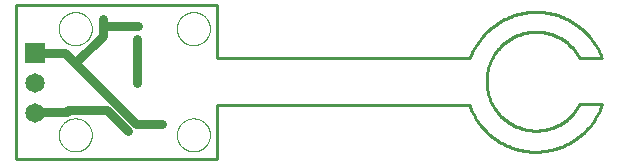
<source format=gbl>
G75*
%MOIN*%
%OFA0B0*%
%FSLAX25Y25*%
%IPPOS*%
%LPD*%
%AMOC8*
5,1,8,0,0,1.08239X$1,22.5*
%
%ADD10C,0.01000*%
%ADD11C,0.00000*%
%ADD12R,0.06500X0.06500*%
%ADD13C,0.06500*%
%ADD14C,0.03000*%
%ADD15C,0.02400*%
D10*
X0024642Y0084477D02*
X0024642Y0135658D01*
X0091571Y0135658D01*
X0091571Y0117942D01*
X0175823Y0117942D01*
X0175823Y0102194D02*
X0091571Y0102194D01*
X0091571Y0084477D01*
X0024642Y0084477D01*
X0175744Y0102233D02*
X0175944Y0101697D01*
X0176157Y0101167D01*
X0176383Y0100642D01*
X0176622Y0100123D01*
X0176874Y0099610D01*
X0177138Y0099103D01*
X0177414Y0098603D01*
X0177703Y0098109D01*
X0178003Y0097623D01*
X0178315Y0097144D01*
X0178639Y0096673D01*
X0178974Y0096210D01*
X0179321Y0095756D01*
X0179678Y0095310D01*
X0180046Y0094872D01*
X0180425Y0094444D01*
X0180814Y0094026D01*
X0181213Y0093617D01*
X0181622Y0093217D01*
X0182041Y0092828D01*
X0182469Y0092450D01*
X0182906Y0092081D01*
X0183352Y0091724D01*
X0183807Y0091378D01*
X0184270Y0091042D01*
X0184741Y0090719D01*
X0185219Y0090406D01*
X0185705Y0090106D01*
X0186199Y0089817D01*
X0186699Y0089541D01*
X0187206Y0089277D01*
X0187719Y0089025D01*
X0188238Y0088786D01*
X0188763Y0088560D01*
X0189294Y0088347D01*
X0189829Y0088146D01*
X0190369Y0087959D01*
X0190913Y0087785D01*
X0191462Y0087624D01*
X0192014Y0087477D01*
X0192570Y0087343D01*
X0193128Y0087223D01*
X0193690Y0087117D01*
X0194254Y0087024D01*
X0194820Y0086945D01*
X0195388Y0086880D01*
X0195957Y0086829D01*
X0196527Y0086792D01*
X0197099Y0086769D01*
X0197670Y0086759D01*
X0198242Y0086764D01*
X0198813Y0086782D01*
X0199383Y0086815D01*
X0199953Y0086861D01*
X0200521Y0086921D01*
X0201088Y0086996D01*
X0201653Y0087084D01*
X0202215Y0087185D01*
X0202775Y0087301D01*
X0203332Y0087430D01*
X0203885Y0087572D01*
X0204435Y0087728D01*
X0204981Y0087898D01*
X0205523Y0088081D01*
X0206059Y0088276D01*
X0206591Y0088485D01*
X0207118Y0088707D01*
X0207639Y0088942D01*
X0208155Y0089189D01*
X0208664Y0089449D01*
X0209166Y0089721D01*
X0209662Y0090006D01*
X0210151Y0090302D01*
X0210632Y0090610D01*
X0211106Y0090930D01*
X0211572Y0091261D01*
X0212029Y0091604D01*
X0212478Y0091958D01*
X0212918Y0092322D01*
X0213349Y0092697D01*
X0213771Y0093083D01*
X0214184Y0093479D01*
X0214586Y0093884D01*
X0214979Y0094300D01*
X0215361Y0094725D01*
X0215733Y0095159D01*
X0216094Y0095602D01*
X0216444Y0096053D01*
X0216783Y0096514D01*
X0217111Y0096982D01*
X0217427Y0097458D01*
X0217732Y0097942D01*
X0218024Y0098433D01*
X0218305Y0098931D01*
X0218573Y0099435D01*
X0218829Y0099946D01*
X0219072Y0100464D01*
X0219303Y0100987D01*
X0219520Y0101515D01*
X0219725Y0102049D01*
X0219917Y0102587D01*
X0219839Y0102587D02*
X0212437Y0102548D01*
X0219917Y0117942D02*
X0219714Y0118477D01*
X0219497Y0119008D01*
X0219268Y0119532D01*
X0219026Y0120052D01*
X0218771Y0120565D01*
X0218504Y0121071D01*
X0218225Y0121571D01*
X0217933Y0122065D01*
X0217630Y0122550D01*
X0217315Y0123029D01*
X0216988Y0123499D01*
X0216650Y0123961D01*
X0216300Y0124415D01*
X0215940Y0124861D01*
X0215569Y0125297D01*
X0215187Y0125724D01*
X0214796Y0126142D01*
X0214394Y0126550D01*
X0213982Y0126948D01*
X0213560Y0127336D01*
X0213130Y0127714D01*
X0212690Y0128081D01*
X0212241Y0128437D01*
X0211784Y0128782D01*
X0211319Y0129116D01*
X0210845Y0129438D01*
X0210364Y0129749D01*
X0209875Y0130047D01*
X0209380Y0130334D01*
X0208877Y0130609D01*
X0208368Y0130871D01*
X0207852Y0131121D01*
X0207331Y0131358D01*
X0206804Y0131583D01*
X0206272Y0131794D01*
X0205734Y0131993D01*
X0205192Y0132178D01*
X0204646Y0132350D01*
X0204095Y0132509D01*
X0203541Y0132654D01*
X0202984Y0132785D01*
X0202423Y0132903D01*
X0201860Y0133007D01*
X0201295Y0133098D01*
X0200727Y0133175D01*
X0200158Y0133237D01*
X0199587Y0133286D01*
X0199015Y0133321D01*
X0198443Y0133342D01*
X0197870Y0133349D01*
X0197297Y0133342D01*
X0196725Y0133321D01*
X0196153Y0133286D01*
X0195582Y0133237D01*
X0195013Y0133175D01*
X0194445Y0133098D01*
X0193880Y0133007D01*
X0193317Y0132903D01*
X0192756Y0132785D01*
X0192199Y0132654D01*
X0191645Y0132509D01*
X0191094Y0132350D01*
X0190548Y0132178D01*
X0190006Y0131993D01*
X0189468Y0131794D01*
X0188936Y0131583D01*
X0188409Y0131358D01*
X0187888Y0131121D01*
X0187372Y0130871D01*
X0186863Y0130609D01*
X0186360Y0130334D01*
X0185865Y0130047D01*
X0185376Y0129749D01*
X0184895Y0129438D01*
X0184421Y0129116D01*
X0183956Y0128782D01*
X0183499Y0128437D01*
X0183050Y0128081D01*
X0182610Y0127714D01*
X0182180Y0127336D01*
X0181758Y0126948D01*
X0181346Y0126550D01*
X0180944Y0126142D01*
X0180553Y0125724D01*
X0180171Y0125297D01*
X0179800Y0124861D01*
X0179440Y0124415D01*
X0179090Y0123961D01*
X0178752Y0123499D01*
X0178425Y0123029D01*
X0178110Y0122550D01*
X0177807Y0122065D01*
X0177515Y0121571D01*
X0177236Y0121071D01*
X0176969Y0120565D01*
X0176714Y0120052D01*
X0176472Y0119532D01*
X0176243Y0119008D01*
X0176026Y0118477D01*
X0175823Y0117942D01*
X0212437Y0117942D02*
X0212244Y0118296D01*
X0212044Y0118646D01*
X0211834Y0118990D01*
X0211616Y0119330D01*
X0211390Y0119663D01*
X0211156Y0119992D01*
X0210914Y0120314D01*
X0210664Y0120630D01*
X0210406Y0120940D01*
X0210141Y0121244D01*
X0209869Y0121541D01*
X0209589Y0121832D01*
X0209303Y0122115D01*
X0209009Y0122391D01*
X0208709Y0122661D01*
X0208402Y0122922D01*
X0208089Y0123176D01*
X0207770Y0123423D01*
X0207445Y0123661D01*
X0207114Y0123891D01*
X0206778Y0124114D01*
X0206436Y0124328D01*
X0206089Y0124533D01*
X0205737Y0124730D01*
X0205381Y0124918D01*
X0205020Y0125098D01*
X0204655Y0125268D01*
X0204285Y0125430D01*
X0203912Y0125582D01*
X0203535Y0125726D01*
X0203155Y0125860D01*
X0202772Y0125985D01*
X0202385Y0126100D01*
X0201996Y0126206D01*
X0201605Y0126302D01*
X0201211Y0126388D01*
X0200815Y0126465D01*
X0200418Y0126533D01*
X0200019Y0126590D01*
X0199618Y0126638D01*
X0199217Y0126676D01*
X0198815Y0126704D01*
X0198412Y0126722D01*
X0198009Y0126730D01*
X0197606Y0126729D01*
X0197203Y0126717D01*
X0196800Y0126696D01*
X0196398Y0126665D01*
X0195997Y0126624D01*
X0195597Y0126573D01*
X0195199Y0126513D01*
X0194802Y0126443D01*
X0194407Y0126363D01*
X0194014Y0126273D01*
X0193623Y0126174D01*
X0193235Y0126065D01*
X0192849Y0125947D01*
X0192467Y0125819D01*
X0192088Y0125682D01*
X0191712Y0125536D01*
X0191340Y0125381D01*
X0190972Y0125216D01*
X0190608Y0125043D01*
X0190248Y0124861D01*
X0189893Y0124670D01*
X0189543Y0124470D01*
X0189198Y0124262D01*
X0188858Y0124046D01*
X0188523Y0123821D01*
X0188194Y0123588D01*
X0187871Y0123347D01*
X0187553Y0123098D01*
X0187242Y0122842D01*
X0186937Y0122578D01*
X0186639Y0122307D01*
X0186348Y0122028D01*
X0186063Y0121742D01*
X0185786Y0121450D01*
X0185516Y0121151D01*
X0185253Y0120845D01*
X0184998Y0120533D01*
X0184750Y0120215D01*
X0184510Y0119891D01*
X0184279Y0119561D01*
X0184055Y0119225D01*
X0183840Y0118884D01*
X0183633Y0118538D01*
X0183435Y0118187D01*
X0183245Y0117831D01*
X0183065Y0117471D01*
X0182893Y0117106D01*
X0182730Y0116738D01*
X0182576Y0116365D01*
X0182431Y0115989D01*
X0182295Y0115609D01*
X0182169Y0115226D01*
X0182052Y0114840D01*
X0181945Y0114452D01*
X0181847Y0114061D01*
X0181759Y0113667D01*
X0181681Y0113272D01*
X0181612Y0112874D01*
X0181553Y0112476D01*
X0181504Y0112076D01*
X0181464Y0111674D01*
X0181435Y0111272D01*
X0181415Y0110870D01*
X0181405Y0110467D01*
X0181405Y0110063D01*
X0181415Y0109660D01*
X0181435Y0109258D01*
X0181464Y0108856D01*
X0181504Y0108454D01*
X0181553Y0108054D01*
X0181612Y0107656D01*
X0181681Y0107258D01*
X0181759Y0106863D01*
X0181847Y0106469D01*
X0181945Y0106078D01*
X0182052Y0105690D01*
X0182169Y0105304D01*
X0182295Y0104921D01*
X0182431Y0104541D01*
X0182576Y0104165D01*
X0182730Y0103792D01*
X0182893Y0103424D01*
X0183065Y0103059D01*
X0183245Y0102699D01*
X0183435Y0102343D01*
X0183633Y0101992D01*
X0183840Y0101646D01*
X0184055Y0101305D01*
X0184279Y0100969D01*
X0184510Y0100639D01*
X0184750Y0100315D01*
X0184998Y0099997D01*
X0185253Y0099685D01*
X0185516Y0099379D01*
X0185786Y0099080D01*
X0186063Y0098788D01*
X0186348Y0098502D01*
X0186639Y0098223D01*
X0186937Y0097952D01*
X0187242Y0097688D01*
X0187553Y0097432D01*
X0187871Y0097183D01*
X0188194Y0096942D01*
X0188523Y0096709D01*
X0188858Y0096484D01*
X0189198Y0096268D01*
X0189543Y0096060D01*
X0189893Y0095860D01*
X0190248Y0095669D01*
X0190608Y0095487D01*
X0190972Y0095314D01*
X0191340Y0095149D01*
X0191712Y0094994D01*
X0192088Y0094848D01*
X0192467Y0094711D01*
X0192849Y0094583D01*
X0193235Y0094465D01*
X0193623Y0094356D01*
X0194014Y0094257D01*
X0194407Y0094167D01*
X0194802Y0094087D01*
X0195199Y0094017D01*
X0195597Y0093957D01*
X0195997Y0093906D01*
X0196398Y0093865D01*
X0196800Y0093834D01*
X0197203Y0093813D01*
X0197606Y0093801D01*
X0198009Y0093800D01*
X0198412Y0093808D01*
X0198815Y0093826D01*
X0199217Y0093854D01*
X0199618Y0093892D01*
X0200019Y0093940D01*
X0200418Y0093997D01*
X0200815Y0094065D01*
X0201211Y0094142D01*
X0201605Y0094228D01*
X0201996Y0094324D01*
X0202385Y0094430D01*
X0202772Y0094545D01*
X0203155Y0094670D01*
X0203535Y0094804D01*
X0203912Y0094948D01*
X0204285Y0095100D01*
X0204655Y0095262D01*
X0205020Y0095432D01*
X0205381Y0095612D01*
X0205737Y0095800D01*
X0206089Y0095997D01*
X0206436Y0096202D01*
X0206778Y0096416D01*
X0207114Y0096639D01*
X0207445Y0096869D01*
X0207770Y0097107D01*
X0208089Y0097354D01*
X0208402Y0097608D01*
X0208709Y0097869D01*
X0209009Y0098139D01*
X0209303Y0098415D01*
X0209589Y0098698D01*
X0209869Y0098989D01*
X0210141Y0099286D01*
X0210406Y0099590D01*
X0210664Y0099900D01*
X0210914Y0100216D01*
X0211156Y0100538D01*
X0211390Y0100867D01*
X0211616Y0101200D01*
X0211834Y0101540D01*
X0212044Y0101884D01*
X0212244Y0102234D01*
X0212437Y0102588D01*
X0212437Y0117942D02*
X0219917Y0117942D01*
D11*
X0078185Y0127784D02*
X0078187Y0127932D01*
X0078193Y0128080D01*
X0078203Y0128228D01*
X0078217Y0128375D01*
X0078235Y0128522D01*
X0078256Y0128668D01*
X0078282Y0128814D01*
X0078312Y0128959D01*
X0078345Y0129103D01*
X0078383Y0129246D01*
X0078424Y0129388D01*
X0078469Y0129529D01*
X0078517Y0129669D01*
X0078570Y0129808D01*
X0078626Y0129945D01*
X0078686Y0130080D01*
X0078749Y0130214D01*
X0078816Y0130346D01*
X0078887Y0130476D01*
X0078961Y0130604D01*
X0079038Y0130730D01*
X0079119Y0130854D01*
X0079203Y0130976D01*
X0079290Y0131095D01*
X0079381Y0131212D01*
X0079475Y0131327D01*
X0079571Y0131439D01*
X0079671Y0131549D01*
X0079773Y0131655D01*
X0079879Y0131759D01*
X0079987Y0131860D01*
X0080098Y0131958D01*
X0080211Y0132054D01*
X0080327Y0132146D01*
X0080445Y0132235D01*
X0080566Y0132320D01*
X0080689Y0132403D01*
X0080814Y0132482D01*
X0080941Y0132558D01*
X0081070Y0132630D01*
X0081201Y0132699D01*
X0081334Y0132764D01*
X0081469Y0132825D01*
X0081605Y0132883D01*
X0081742Y0132938D01*
X0081881Y0132988D01*
X0082022Y0133035D01*
X0082163Y0133078D01*
X0082306Y0133118D01*
X0082450Y0133153D01*
X0082594Y0133185D01*
X0082740Y0133212D01*
X0082886Y0133236D01*
X0083033Y0133256D01*
X0083180Y0133272D01*
X0083327Y0133284D01*
X0083475Y0133292D01*
X0083623Y0133296D01*
X0083771Y0133296D01*
X0083919Y0133292D01*
X0084067Y0133284D01*
X0084214Y0133272D01*
X0084361Y0133256D01*
X0084508Y0133236D01*
X0084654Y0133212D01*
X0084800Y0133185D01*
X0084944Y0133153D01*
X0085088Y0133118D01*
X0085231Y0133078D01*
X0085372Y0133035D01*
X0085513Y0132988D01*
X0085652Y0132938D01*
X0085789Y0132883D01*
X0085925Y0132825D01*
X0086060Y0132764D01*
X0086193Y0132699D01*
X0086324Y0132630D01*
X0086453Y0132558D01*
X0086580Y0132482D01*
X0086705Y0132403D01*
X0086828Y0132320D01*
X0086949Y0132235D01*
X0087067Y0132146D01*
X0087183Y0132054D01*
X0087296Y0131958D01*
X0087407Y0131860D01*
X0087515Y0131759D01*
X0087621Y0131655D01*
X0087723Y0131549D01*
X0087823Y0131439D01*
X0087919Y0131327D01*
X0088013Y0131212D01*
X0088104Y0131095D01*
X0088191Y0130976D01*
X0088275Y0130854D01*
X0088356Y0130730D01*
X0088433Y0130604D01*
X0088507Y0130476D01*
X0088578Y0130346D01*
X0088645Y0130214D01*
X0088708Y0130080D01*
X0088768Y0129945D01*
X0088824Y0129808D01*
X0088877Y0129669D01*
X0088925Y0129529D01*
X0088970Y0129388D01*
X0089011Y0129246D01*
X0089049Y0129103D01*
X0089082Y0128959D01*
X0089112Y0128814D01*
X0089138Y0128668D01*
X0089159Y0128522D01*
X0089177Y0128375D01*
X0089191Y0128228D01*
X0089201Y0128080D01*
X0089207Y0127932D01*
X0089209Y0127784D01*
X0089207Y0127636D01*
X0089201Y0127488D01*
X0089191Y0127340D01*
X0089177Y0127193D01*
X0089159Y0127046D01*
X0089138Y0126900D01*
X0089112Y0126754D01*
X0089082Y0126609D01*
X0089049Y0126465D01*
X0089011Y0126322D01*
X0088970Y0126180D01*
X0088925Y0126039D01*
X0088877Y0125899D01*
X0088824Y0125760D01*
X0088768Y0125623D01*
X0088708Y0125488D01*
X0088645Y0125354D01*
X0088578Y0125222D01*
X0088507Y0125092D01*
X0088433Y0124964D01*
X0088356Y0124838D01*
X0088275Y0124714D01*
X0088191Y0124592D01*
X0088104Y0124473D01*
X0088013Y0124356D01*
X0087919Y0124241D01*
X0087823Y0124129D01*
X0087723Y0124019D01*
X0087621Y0123913D01*
X0087515Y0123809D01*
X0087407Y0123708D01*
X0087296Y0123610D01*
X0087183Y0123514D01*
X0087067Y0123422D01*
X0086949Y0123333D01*
X0086828Y0123248D01*
X0086705Y0123165D01*
X0086580Y0123086D01*
X0086453Y0123010D01*
X0086324Y0122938D01*
X0086193Y0122869D01*
X0086060Y0122804D01*
X0085925Y0122743D01*
X0085789Y0122685D01*
X0085652Y0122630D01*
X0085513Y0122580D01*
X0085372Y0122533D01*
X0085231Y0122490D01*
X0085088Y0122450D01*
X0084944Y0122415D01*
X0084800Y0122383D01*
X0084654Y0122356D01*
X0084508Y0122332D01*
X0084361Y0122312D01*
X0084214Y0122296D01*
X0084067Y0122284D01*
X0083919Y0122276D01*
X0083771Y0122272D01*
X0083623Y0122272D01*
X0083475Y0122276D01*
X0083327Y0122284D01*
X0083180Y0122296D01*
X0083033Y0122312D01*
X0082886Y0122332D01*
X0082740Y0122356D01*
X0082594Y0122383D01*
X0082450Y0122415D01*
X0082306Y0122450D01*
X0082163Y0122490D01*
X0082022Y0122533D01*
X0081881Y0122580D01*
X0081742Y0122630D01*
X0081605Y0122685D01*
X0081469Y0122743D01*
X0081334Y0122804D01*
X0081201Y0122869D01*
X0081070Y0122938D01*
X0080941Y0123010D01*
X0080814Y0123086D01*
X0080689Y0123165D01*
X0080566Y0123248D01*
X0080445Y0123333D01*
X0080327Y0123422D01*
X0080211Y0123514D01*
X0080098Y0123610D01*
X0079987Y0123708D01*
X0079879Y0123809D01*
X0079773Y0123913D01*
X0079671Y0124019D01*
X0079571Y0124129D01*
X0079475Y0124241D01*
X0079381Y0124356D01*
X0079290Y0124473D01*
X0079203Y0124592D01*
X0079119Y0124714D01*
X0079038Y0124838D01*
X0078961Y0124964D01*
X0078887Y0125092D01*
X0078816Y0125222D01*
X0078749Y0125354D01*
X0078686Y0125488D01*
X0078626Y0125623D01*
X0078570Y0125760D01*
X0078517Y0125899D01*
X0078469Y0126039D01*
X0078424Y0126180D01*
X0078383Y0126322D01*
X0078345Y0126465D01*
X0078312Y0126609D01*
X0078282Y0126754D01*
X0078256Y0126900D01*
X0078235Y0127046D01*
X0078217Y0127193D01*
X0078203Y0127340D01*
X0078193Y0127488D01*
X0078187Y0127636D01*
X0078185Y0127784D01*
X0038815Y0127784D02*
X0038817Y0127932D01*
X0038823Y0128080D01*
X0038833Y0128228D01*
X0038847Y0128375D01*
X0038865Y0128522D01*
X0038886Y0128668D01*
X0038912Y0128814D01*
X0038942Y0128959D01*
X0038975Y0129103D01*
X0039013Y0129246D01*
X0039054Y0129388D01*
X0039099Y0129529D01*
X0039147Y0129669D01*
X0039200Y0129808D01*
X0039256Y0129945D01*
X0039316Y0130080D01*
X0039379Y0130214D01*
X0039446Y0130346D01*
X0039517Y0130476D01*
X0039591Y0130604D01*
X0039668Y0130730D01*
X0039749Y0130854D01*
X0039833Y0130976D01*
X0039920Y0131095D01*
X0040011Y0131212D01*
X0040105Y0131327D01*
X0040201Y0131439D01*
X0040301Y0131549D01*
X0040403Y0131655D01*
X0040509Y0131759D01*
X0040617Y0131860D01*
X0040728Y0131958D01*
X0040841Y0132054D01*
X0040957Y0132146D01*
X0041075Y0132235D01*
X0041196Y0132320D01*
X0041319Y0132403D01*
X0041444Y0132482D01*
X0041571Y0132558D01*
X0041700Y0132630D01*
X0041831Y0132699D01*
X0041964Y0132764D01*
X0042099Y0132825D01*
X0042235Y0132883D01*
X0042372Y0132938D01*
X0042511Y0132988D01*
X0042652Y0133035D01*
X0042793Y0133078D01*
X0042936Y0133118D01*
X0043080Y0133153D01*
X0043224Y0133185D01*
X0043370Y0133212D01*
X0043516Y0133236D01*
X0043663Y0133256D01*
X0043810Y0133272D01*
X0043957Y0133284D01*
X0044105Y0133292D01*
X0044253Y0133296D01*
X0044401Y0133296D01*
X0044549Y0133292D01*
X0044697Y0133284D01*
X0044844Y0133272D01*
X0044991Y0133256D01*
X0045138Y0133236D01*
X0045284Y0133212D01*
X0045430Y0133185D01*
X0045574Y0133153D01*
X0045718Y0133118D01*
X0045861Y0133078D01*
X0046002Y0133035D01*
X0046143Y0132988D01*
X0046282Y0132938D01*
X0046419Y0132883D01*
X0046555Y0132825D01*
X0046690Y0132764D01*
X0046823Y0132699D01*
X0046954Y0132630D01*
X0047083Y0132558D01*
X0047210Y0132482D01*
X0047335Y0132403D01*
X0047458Y0132320D01*
X0047579Y0132235D01*
X0047697Y0132146D01*
X0047813Y0132054D01*
X0047926Y0131958D01*
X0048037Y0131860D01*
X0048145Y0131759D01*
X0048251Y0131655D01*
X0048353Y0131549D01*
X0048453Y0131439D01*
X0048549Y0131327D01*
X0048643Y0131212D01*
X0048734Y0131095D01*
X0048821Y0130976D01*
X0048905Y0130854D01*
X0048986Y0130730D01*
X0049063Y0130604D01*
X0049137Y0130476D01*
X0049208Y0130346D01*
X0049275Y0130214D01*
X0049338Y0130080D01*
X0049398Y0129945D01*
X0049454Y0129808D01*
X0049507Y0129669D01*
X0049555Y0129529D01*
X0049600Y0129388D01*
X0049641Y0129246D01*
X0049679Y0129103D01*
X0049712Y0128959D01*
X0049742Y0128814D01*
X0049768Y0128668D01*
X0049789Y0128522D01*
X0049807Y0128375D01*
X0049821Y0128228D01*
X0049831Y0128080D01*
X0049837Y0127932D01*
X0049839Y0127784D01*
X0049837Y0127636D01*
X0049831Y0127488D01*
X0049821Y0127340D01*
X0049807Y0127193D01*
X0049789Y0127046D01*
X0049768Y0126900D01*
X0049742Y0126754D01*
X0049712Y0126609D01*
X0049679Y0126465D01*
X0049641Y0126322D01*
X0049600Y0126180D01*
X0049555Y0126039D01*
X0049507Y0125899D01*
X0049454Y0125760D01*
X0049398Y0125623D01*
X0049338Y0125488D01*
X0049275Y0125354D01*
X0049208Y0125222D01*
X0049137Y0125092D01*
X0049063Y0124964D01*
X0048986Y0124838D01*
X0048905Y0124714D01*
X0048821Y0124592D01*
X0048734Y0124473D01*
X0048643Y0124356D01*
X0048549Y0124241D01*
X0048453Y0124129D01*
X0048353Y0124019D01*
X0048251Y0123913D01*
X0048145Y0123809D01*
X0048037Y0123708D01*
X0047926Y0123610D01*
X0047813Y0123514D01*
X0047697Y0123422D01*
X0047579Y0123333D01*
X0047458Y0123248D01*
X0047335Y0123165D01*
X0047210Y0123086D01*
X0047083Y0123010D01*
X0046954Y0122938D01*
X0046823Y0122869D01*
X0046690Y0122804D01*
X0046555Y0122743D01*
X0046419Y0122685D01*
X0046282Y0122630D01*
X0046143Y0122580D01*
X0046002Y0122533D01*
X0045861Y0122490D01*
X0045718Y0122450D01*
X0045574Y0122415D01*
X0045430Y0122383D01*
X0045284Y0122356D01*
X0045138Y0122332D01*
X0044991Y0122312D01*
X0044844Y0122296D01*
X0044697Y0122284D01*
X0044549Y0122276D01*
X0044401Y0122272D01*
X0044253Y0122272D01*
X0044105Y0122276D01*
X0043957Y0122284D01*
X0043810Y0122296D01*
X0043663Y0122312D01*
X0043516Y0122332D01*
X0043370Y0122356D01*
X0043224Y0122383D01*
X0043080Y0122415D01*
X0042936Y0122450D01*
X0042793Y0122490D01*
X0042652Y0122533D01*
X0042511Y0122580D01*
X0042372Y0122630D01*
X0042235Y0122685D01*
X0042099Y0122743D01*
X0041964Y0122804D01*
X0041831Y0122869D01*
X0041700Y0122938D01*
X0041571Y0123010D01*
X0041444Y0123086D01*
X0041319Y0123165D01*
X0041196Y0123248D01*
X0041075Y0123333D01*
X0040957Y0123422D01*
X0040841Y0123514D01*
X0040728Y0123610D01*
X0040617Y0123708D01*
X0040509Y0123809D01*
X0040403Y0123913D01*
X0040301Y0124019D01*
X0040201Y0124129D01*
X0040105Y0124241D01*
X0040011Y0124356D01*
X0039920Y0124473D01*
X0039833Y0124592D01*
X0039749Y0124714D01*
X0039668Y0124838D01*
X0039591Y0124964D01*
X0039517Y0125092D01*
X0039446Y0125222D01*
X0039379Y0125354D01*
X0039316Y0125488D01*
X0039256Y0125623D01*
X0039200Y0125760D01*
X0039147Y0125899D01*
X0039099Y0126039D01*
X0039054Y0126180D01*
X0039013Y0126322D01*
X0038975Y0126465D01*
X0038942Y0126609D01*
X0038912Y0126754D01*
X0038886Y0126900D01*
X0038865Y0127046D01*
X0038847Y0127193D01*
X0038833Y0127340D01*
X0038823Y0127488D01*
X0038817Y0127636D01*
X0038815Y0127784D01*
X0038815Y0092351D02*
X0038817Y0092499D01*
X0038823Y0092647D01*
X0038833Y0092795D01*
X0038847Y0092942D01*
X0038865Y0093089D01*
X0038886Y0093235D01*
X0038912Y0093381D01*
X0038942Y0093526D01*
X0038975Y0093670D01*
X0039013Y0093813D01*
X0039054Y0093955D01*
X0039099Y0094096D01*
X0039147Y0094236D01*
X0039200Y0094375D01*
X0039256Y0094512D01*
X0039316Y0094647D01*
X0039379Y0094781D01*
X0039446Y0094913D01*
X0039517Y0095043D01*
X0039591Y0095171D01*
X0039668Y0095297D01*
X0039749Y0095421D01*
X0039833Y0095543D01*
X0039920Y0095662D01*
X0040011Y0095779D01*
X0040105Y0095894D01*
X0040201Y0096006D01*
X0040301Y0096116D01*
X0040403Y0096222D01*
X0040509Y0096326D01*
X0040617Y0096427D01*
X0040728Y0096525D01*
X0040841Y0096621D01*
X0040957Y0096713D01*
X0041075Y0096802D01*
X0041196Y0096887D01*
X0041319Y0096970D01*
X0041444Y0097049D01*
X0041571Y0097125D01*
X0041700Y0097197D01*
X0041831Y0097266D01*
X0041964Y0097331D01*
X0042099Y0097392D01*
X0042235Y0097450D01*
X0042372Y0097505D01*
X0042511Y0097555D01*
X0042652Y0097602D01*
X0042793Y0097645D01*
X0042936Y0097685D01*
X0043080Y0097720D01*
X0043224Y0097752D01*
X0043370Y0097779D01*
X0043516Y0097803D01*
X0043663Y0097823D01*
X0043810Y0097839D01*
X0043957Y0097851D01*
X0044105Y0097859D01*
X0044253Y0097863D01*
X0044401Y0097863D01*
X0044549Y0097859D01*
X0044697Y0097851D01*
X0044844Y0097839D01*
X0044991Y0097823D01*
X0045138Y0097803D01*
X0045284Y0097779D01*
X0045430Y0097752D01*
X0045574Y0097720D01*
X0045718Y0097685D01*
X0045861Y0097645D01*
X0046002Y0097602D01*
X0046143Y0097555D01*
X0046282Y0097505D01*
X0046419Y0097450D01*
X0046555Y0097392D01*
X0046690Y0097331D01*
X0046823Y0097266D01*
X0046954Y0097197D01*
X0047083Y0097125D01*
X0047210Y0097049D01*
X0047335Y0096970D01*
X0047458Y0096887D01*
X0047579Y0096802D01*
X0047697Y0096713D01*
X0047813Y0096621D01*
X0047926Y0096525D01*
X0048037Y0096427D01*
X0048145Y0096326D01*
X0048251Y0096222D01*
X0048353Y0096116D01*
X0048453Y0096006D01*
X0048549Y0095894D01*
X0048643Y0095779D01*
X0048734Y0095662D01*
X0048821Y0095543D01*
X0048905Y0095421D01*
X0048986Y0095297D01*
X0049063Y0095171D01*
X0049137Y0095043D01*
X0049208Y0094913D01*
X0049275Y0094781D01*
X0049338Y0094647D01*
X0049398Y0094512D01*
X0049454Y0094375D01*
X0049507Y0094236D01*
X0049555Y0094096D01*
X0049600Y0093955D01*
X0049641Y0093813D01*
X0049679Y0093670D01*
X0049712Y0093526D01*
X0049742Y0093381D01*
X0049768Y0093235D01*
X0049789Y0093089D01*
X0049807Y0092942D01*
X0049821Y0092795D01*
X0049831Y0092647D01*
X0049837Y0092499D01*
X0049839Y0092351D01*
X0049837Y0092203D01*
X0049831Y0092055D01*
X0049821Y0091907D01*
X0049807Y0091760D01*
X0049789Y0091613D01*
X0049768Y0091467D01*
X0049742Y0091321D01*
X0049712Y0091176D01*
X0049679Y0091032D01*
X0049641Y0090889D01*
X0049600Y0090747D01*
X0049555Y0090606D01*
X0049507Y0090466D01*
X0049454Y0090327D01*
X0049398Y0090190D01*
X0049338Y0090055D01*
X0049275Y0089921D01*
X0049208Y0089789D01*
X0049137Y0089659D01*
X0049063Y0089531D01*
X0048986Y0089405D01*
X0048905Y0089281D01*
X0048821Y0089159D01*
X0048734Y0089040D01*
X0048643Y0088923D01*
X0048549Y0088808D01*
X0048453Y0088696D01*
X0048353Y0088586D01*
X0048251Y0088480D01*
X0048145Y0088376D01*
X0048037Y0088275D01*
X0047926Y0088177D01*
X0047813Y0088081D01*
X0047697Y0087989D01*
X0047579Y0087900D01*
X0047458Y0087815D01*
X0047335Y0087732D01*
X0047210Y0087653D01*
X0047083Y0087577D01*
X0046954Y0087505D01*
X0046823Y0087436D01*
X0046690Y0087371D01*
X0046555Y0087310D01*
X0046419Y0087252D01*
X0046282Y0087197D01*
X0046143Y0087147D01*
X0046002Y0087100D01*
X0045861Y0087057D01*
X0045718Y0087017D01*
X0045574Y0086982D01*
X0045430Y0086950D01*
X0045284Y0086923D01*
X0045138Y0086899D01*
X0044991Y0086879D01*
X0044844Y0086863D01*
X0044697Y0086851D01*
X0044549Y0086843D01*
X0044401Y0086839D01*
X0044253Y0086839D01*
X0044105Y0086843D01*
X0043957Y0086851D01*
X0043810Y0086863D01*
X0043663Y0086879D01*
X0043516Y0086899D01*
X0043370Y0086923D01*
X0043224Y0086950D01*
X0043080Y0086982D01*
X0042936Y0087017D01*
X0042793Y0087057D01*
X0042652Y0087100D01*
X0042511Y0087147D01*
X0042372Y0087197D01*
X0042235Y0087252D01*
X0042099Y0087310D01*
X0041964Y0087371D01*
X0041831Y0087436D01*
X0041700Y0087505D01*
X0041571Y0087577D01*
X0041444Y0087653D01*
X0041319Y0087732D01*
X0041196Y0087815D01*
X0041075Y0087900D01*
X0040957Y0087989D01*
X0040841Y0088081D01*
X0040728Y0088177D01*
X0040617Y0088275D01*
X0040509Y0088376D01*
X0040403Y0088480D01*
X0040301Y0088586D01*
X0040201Y0088696D01*
X0040105Y0088808D01*
X0040011Y0088923D01*
X0039920Y0089040D01*
X0039833Y0089159D01*
X0039749Y0089281D01*
X0039668Y0089405D01*
X0039591Y0089531D01*
X0039517Y0089659D01*
X0039446Y0089789D01*
X0039379Y0089921D01*
X0039316Y0090055D01*
X0039256Y0090190D01*
X0039200Y0090327D01*
X0039147Y0090466D01*
X0039099Y0090606D01*
X0039054Y0090747D01*
X0039013Y0090889D01*
X0038975Y0091032D01*
X0038942Y0091176D01*
X0038912Y0091321D01*
X0038886Y0091467D01*
X0038865Y0091613D01*
X0038847Y0091760D01*
X0038833Y0091907D01*
X0038823Y0092055D01*
X0038817Y0092203D01*
X0038815Y0092351D01*
X0078185Y0092351D02*
X0078187Y0092499D01*
X0078193Y0092647D01*
X0078203Y0092795D01*
X0078217Y0092942D01*
X0078235Y0093089D01*
X0078256Y0093235D01*
X0078282Y0093381D01*
X0078312Y0093526D01*
X0078345Y0093670D01*
X0078383Y0093813D01*
X0078424Y0093955D01*
X0078469Y0094096D01*
X0078517Y0094236D01*
X0078570Y0094375D01*
X0078626Y0094512D01*
X0078686Y0094647D01*
X0078749Y0094781D01*
X0078816Y0094913D01*
X0078887Y0095043D01*
X0078961Y0095171D01*
X0079038Y0095297D01*
X0079119Y0095421D01*
X0079203Y0095543D01*
X0079290Y0095662D01*
X0079381Y0095779D01*
X0079475Y0095894D01*
X0079571Y0096006D01*
X0079671Y0096116D01*
X0079773Y0096222D01*
X0079879Y0096326D01*
X0079987Y0096427D01*
X0080098Y0096525D01*
X0080211Y0096621D01*
X0080327Y0096713D01*
X0080445Y0096802D01*
X0080566Y0096887D01*
X0080689Y0096970D01*
X0080814Y0097049D01*
X0080941Y0097125D01*
X0081070Y0097197D01*
X0081201Y0097266D01*
X0081334Y0097331D01*
X0081469Y0097392D01*
X0081605Y0097450D01*
X0081742Y0097505D01*
X0081881Y0097555D01*
X0082022Y0097602D01*
X0082163Y0097645D01*
X0082306Y0097685D01*
X0082450Y0097720D01*
X0082594Y0097752D01*
X0082740Y0097779D01*
X0082886Y0097803D01*
X0083033Y0097823D01*
X0083180Y0097839D01*
X0083327Y0097851D01*
X0083475Y0097859D01*
X0083623Y0097863D01*
X0083771Y0097863D01*
X0083919Y0097859D01*
X0084067Y0097851D01*
X0084214Y0097839D01*
X0084361Y0097823D01*
X0084508Y0097803D01*
X0084654Y0097779D01*
X0084800Y0097752D01*
X0084944Y0097720D01*
X0085088Y0097685D01*
X0085231Y0097645D01*
X0085372Y0097602D01*
X0085513Y0097555D01*
X0085652Y0097505D01*
X0085789Y0097450D01*
X0085925Y0097392D01*
X0086060Y0097331D01*
X0086193Y0097266D01*
X0086324Y0097197D01*
X0086453Y0097125D01*
X0086580Y0097049D01*
X0086705Y0096970D01*
X0086828Y0096887D01*
X0086949Y0096802D01*
X0087067Y0096713D01*
X0087183Y0096621D01*
X0087296Y0096525D01*
X0087407Y0096427D01*
X0087515Y0096326D01*
X0087621Y0096222D01*
X0087723Y0096116D01*
X0087823Y0096006D01*
X0087919Y0095894D01*
X0088013Y0095779D01*
X0088104Y0095662D01*
X0088191Y0095543D01*
X0088275Y0095421D01*
X0088356Y0095297D01*
X0088433Y0095171D01*
X0088507Y0095043D01*
X0088578Y0094913D01*
X0088645Y0094781D01*
X0088708Y0094647D01*
X0088768Y0094512D01*
X0088824Y0094375D01*
X0088877Y0094236D01*
X0088925Y0094096D01*
X0088970Y0093955D01*
X0089011Y0093813D01*
X0089049Y0093670D01*
X0089082Y0093526D01*
X0089112Y0093381D01*
X0089138Y0093235D01*
X0089159Y0093089D01*
X0089177Y0092942D01*
X0089191Y0092795D01*
X0089201Y0092647D01*
X0089207Y0092499D01*
X0089209Y0092351D01*
X0089207Y0092203D01*
X0089201Y0092055D01*
X0089191Y0091907D01*
X0089177Y0091760D01*
X0089159Y0091613D01*
X0089138Y0091467D01*
X0089112Y0091321D01*
X0089082Y0091176D01*
X0089049Y0091032D01*
X0089011Y0090889D01*
X0088970Y0090747D01*
X0088925Y0090606D01*
X0088877Y0090466D01*
X0088824Y0090327D01*
X0088768Y0090190D01*
X0088708Y0090055D01*
X0088645Y0089921D01*
X0088578Y0089789D01*
X0088507Y0089659D01*
X0088433Y0089531D01*
X0088356Y0089405D01*
X0088275Y0089281D01*
X0088191Y0089159D01*
X0088104Y0089040D01*
X0088013Y0088923D01*
X0087919Y0088808D01*
X0087823Y0088696D01*
X0087723Y0088586D01*
X0087621Y0088480D01*
X0087515Y0088376D01*
X0087407Y0088275D01*
X0087296Y0088177D01*
X0087183Y0088081D01*
X0087067Y0087989D01*
X0086949Y0087900D01*
X0086828Y0087815D01*
X0086705Y0087732D01*
X0086580Y0087653D01*
X0086453Y0087577D01*
X0086324Y0087505D01*
X0086193Y0087436D01*
X0086060Y0087371D01*
X0085925Y0087310D01*
X0085789Y0087252D01*
X0085652Y0087197D01*
X0085513Y0087147D01*
X0085372Y0087100D01*
X0085231Y0087057D01*
X0085088Y0087017D01*
X0084944Y0086982D01*
X0084800Y0086950D01*
X0084654Y0086923D01*
X0084508Y0086899D01*
X0084361Y0086879D01*
X0084214Y0086863D01*
X0084067Y0086851D01*
X0083919Y0086843D01*
X0083771Y0086839D01*
X0083623Y0086839D01*
X0083475Y0086843D01*
X0083327Y0086851D01*
X0083180Y0086863D01*
X0083033Y0086879D01*
X0082886Y0086899D01*
X0082740Y0086923D01*
X0082594Y0086950D01*
X0082450Y0086982D01*
X0082306Y0087017D01*
X0082163Y0087057D01*
X0082022Y0087100D01*
X0081881Y0087147D01*
X0081742Y0087197D01*
X0081605Y0087252D01*
X0081469Y0087310D01*
X0081334Y0087371D01*
X0081201Y0087436D01*
X0081070Y0087505D01*
X0080941Y0087577D01*
X0080814Y0087653D01*
X0080689Y0087732D01*
X0080566Y0087815D01*
X0080445Y0087900D01*
X0080327Y0087989D01*
X0080211Y0088081D01*
X0080098Y0088177D01*
X0079987Y0088275D01*
X0079879Y0088376D01*
X0079773Y0088480D01*
X0079671Y0088586D01*
X0079571Y0088696D01*
X0079475Y0088808D01*
X0079381Y0088923D01*
X0079290Y0089040D01*
X0079203Y0089159D01*
X0079119Y0089281D01*
X0079038Y0089405D01*
X0078961Y0089531D01*
X0078887Y0089659D01*
X0078816Y0089789D01*
X0078749Y0089921D01*
X0078686Y0090055D01*
X0078626Y0090190D01*
X0078570Y0090327D01*
X0078517Y0090466D01*
X0078469Y0090606D01*
X0078424Y0090747D01*
X0078383Y0090889D01*
X0078345Y0091032D01*
X0078312Y0091176D01*
X0078282Y0091321D01*
X0078256Y0091467D01*
X0078235Y0091613D01*
X0078217Y0091760D01*
X0078203Y0091907D01*
X0078193Y0092055D01*
X0078187Y0092203D01*
X0078185Y0092351D01*
D12*
X0030892Y0119782D03*
D13*
X0030892Y0109782D03*
X0030892Y0099782D03*
D14*
X0030942Y0099946D01*
X0041442Y0099946D01*
X0042042Y0100546D01*
X0054942Y0100546D01*
X0061842Y0093646D01*
X0064542Y0096046D02*
X0044292Y0116296D01*
X0053442Y0125446D01*
X0053442Y0128746D01*
X0065142Y0128746D01*
X0064842Y0124246D02*
X0064842Y0109546D01*
X0064542Y0096046D02*
X0073242Y0096046D01*
X0044292Y0116296D02*
X0040842Y0119746D01*
X0030942Y0119746D01*
X0030892Y0119782D01*
X0053442Y0128746D02*
X0053442Y0131146D01*
D15*
X0053442Y0131146D03*
X0065142Y0128746D03*
X0064842Y0124246D03*
X0064842Y0109546D03*
X0073242Y0096046D03*
X0061842Y0093646D03*
M02*

</source>
